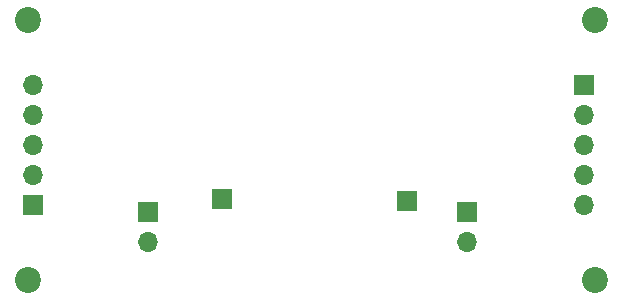
<source format=gbr>
%TF.GenerationSoftware,KiCad,Pcbnew,(6.0.2)*%
%TF.CreationDate,2022-03-27T20:09:04+02:00*%
%TF.ProjectId,pcb,7063622e-6b69-4636-9164-5f7063625858,rev?*%
%TF.SameCoordinates,Original*%
%TF.FileFunction,Soldermask,Bot*%
%TF.FilePolarity,Negative*%
%FSLAX46Y46*%
G04 Gerber Fmt 4.6, Leading zero omitted, Abs format (unit mm)*
G04 Created by KiCad (PCBNEW (6.0.2)) date 2022-03-27 20:09:04*
%MOMM*%
%LPD*%
G01*
G04 APERTURE LIST*
%ADD10C,2.200000*%
%ADD11R,1.700000X1.700000*%
%ADD12O,1.700000X1.700000*%
G04 APERTURE END LIST*
D10*
%TO.C,REF\u002A\u002A*%
X49500000Y-66000000D03*
%TD*%
D11*
%TO.C,J2*%
X65950000Y-59150000D03*
%TD*%
D10*
%TO.C,REF\u002A\u002A*%
X97500000Y-44000000D03*
%TD*%
D11*
%TO.C,J6*%
X86700000Y-60260000D03*
D12*
X86700000Y-62800000D03*
%TD*%
D11*
%TO.C,J4*%
X49900000Y-59675000D03*
D12*
X49900000Y-57135000D03*
X49900000Y-54595000D03*
X49900000Y-52055000D03*
X49900000Y-49515000D03*
%TD*%
D11*
%TO.C,J1*%
X96600000Y-49525000D03*
D12*
X96600000Y-52065000D03*
X96600000Y-54605000D03*
X96600000Y-57145000D03*
X96600000Y-59685000D03*
%TD*%
D11*
%TO.C,J3*%
X59700000Y-60225000D03*
D12*
X59700000Y-62765000D03*
%TD*%
D11*
%TO.C,J5*%
X81600000Y-59300000D03*
%TD*%
D10*
%TO.C,REF\u002A\u002A*%
X49500000Y-44000000D03*
%TD*%
%TO.C,REF\u002A\u002A*%
X97500000Y-66000000D03*
%TD*%
M02*

</source>
